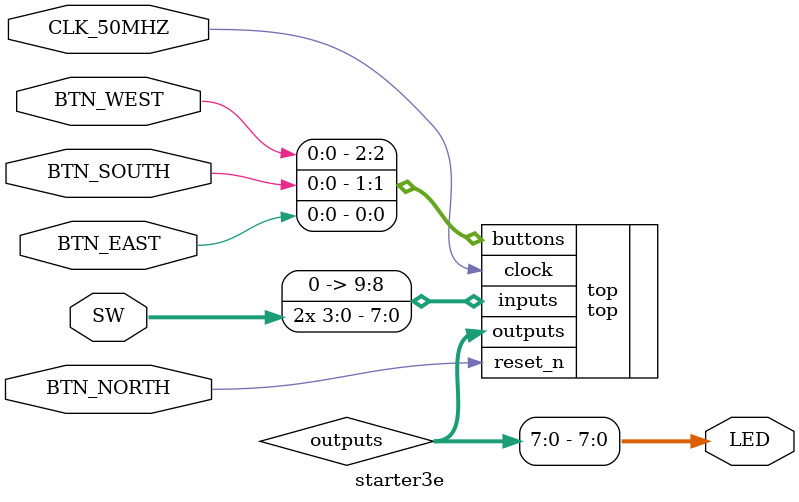
<source format=v>
module starter3e
(
    input        CLK_50MHZ,
    input  [3:0] SW,
    input        BTN_EAST,
    input        BTN_NORTH,
    input        BTN_SOUTH,
    input        BTN_WEST,
    output [7:0] LED
);

    wire [9:0] outputs;
    assign LED = outputs [7:0];

    top top
    (
        .clock   ( CLK_50MHZ                         ),
        .reset_n ( BTN_NORTH                         ),
        .buttons ( { BTN_WEST, BTN_SOUTH, BTN_EAST } ),
        .inputs  ( { 2'b0, SW, SW }                  ),
        .outputs ( outputs                           )
    );

endmodule

</source>
